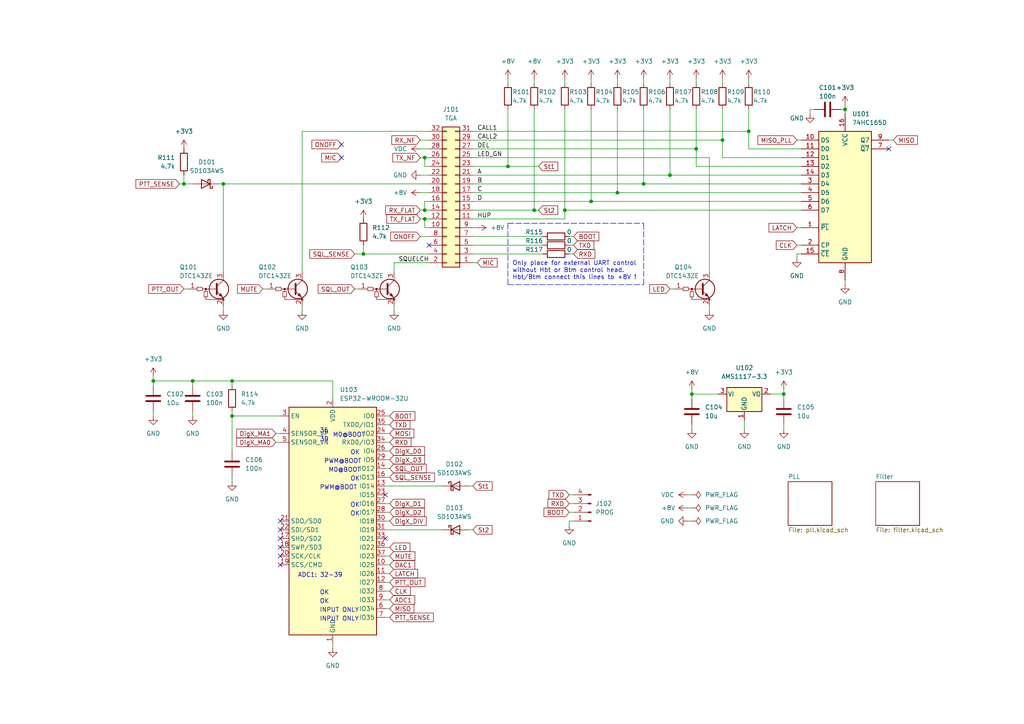
<source format=kicad_sch>
(kicad_sch (version 20211123) (generator eeschema)
  (paper "A4")
  (title_block (title "Bosch KF163 control") (date "2022-01-21") (rev "1") (company "Robin Olejnik") (comment 2 "License: MIT") (comment 3 "www.robinolejnik.com") (comment 4 "https://github.com/robinolejnik/bosch-kf163-control"))
  (lib_symbols
    (symbol "74xx:74HC165"
      (property "Reference" "U" (at -7.62 19.05 0))
      (property "Value" "74HC165" (at -7.62 -21.59 0))
      (symbol "74HC165_1_0"
        (pin input line (at -12.7 -10.16 0) (length 5.08) (name "~{PL}") (number "1"))
        (pin input line (at -12.7 15.24 0) (length 5.08) (name "DS") (number "10"))
        (pin input line (at -12.7 12.7 0) (length 5.08) (name "D0") (number "11"))
        (pin input line (at -12.7 10.16 0) (length 5.08) (name "D1") (number "12"))
        (pin input line (at -12.7 7.62 0) (length 5.08) (name "D2") (number "13"))
        (pin input line (at -12.7 5.08 0) (length 5.08) (name "D3") (number "14"))
        (pin input line (at -12.7 -17.78 0) (length 5.08) (name "~{CE}") (number "15"))
        (pin power_in line (at 0 22.86 270) (length 5.08) (name "VCC") (number "16"))
        (pin input line (at -12.7 -15.24 0) (length 5.08) (name "CP") (number "2"))
        (pin input line (at -12.7 2.54 0) (length 5.08) (name "D4") (number "3"))
        (pin input line (at -12.7 0 0) (length 5.08) (name "D5") (number "4"))
        (pin input line (at -12.7 -2.54 0) (length 5.08) (name "D6") (number "5"))
        (pin input line (at -12.7 -5.08 0) (length 5.08) (name "D7") (number "6"))
        (pin output line (at 12.7 12.7 180) (length 5.08) (name "~{Q7}") (number "7"))
        (pin power_in line (at 0 -25.4 90) (length 5.08) (name "GND") (number "8"))
        (pin output line (at 12.7 15.24 180) (length 5.08) (name "Q7") (number "9"))
      )
      (symbol "74HC165_1_1"
        (rectangle (start -7.62 17.78) (end 7.62 -20.32) (stroke (width 0.254)) (fill (type background)))
      )
    )
    (symbol "Connector:Conn_01x04_Male" (pin_names (offset 1.016) hide)
      (property "Reference" "J" (at 0 5.08 0))
      (property "Value" "Conn_01x04_Male" (at 0 -7.62 0))
      (symbol "Conn_01x04_Male_1_1"
        (polyline (pts (xy 1.27 -5.08) (xy 0.8636 -5.08)) (stroke (width 0.1524)))
        (polyline (pts (xy 1.27 -2.54) (xy 0.8636 -2.54)) (stroke (width 0.1524)))
        (polyline (pts (xy 1.27 0) (xy 0.8636 0)) (stroke (width 0.1524)))
        (polyline (pts (xy 1.27 2.54) (xy 0.8636 2.54)) (stroke (width 0.1524)))
        (rectangle (start 0.8636 -4.953) (end 0 -5.207) (stroke (width 0.1524)) (fill (type outline)))
        (rectangle (start 0.8636 -2.413) (end 0 -2.667) (stroke (width 0.1524)) (fill (type outline)))
        (rectangle (start 0.8636 0.127) (end 0 -0.127) (stroke (width 0.1524)) (fill (type outline)))
        (rectangle (start 0.8636 2.667) (end 0 2.413) (stroke (width 0.1524)) (fill (type outline)))
        (pin passive line (at 5.08 2.54 180) (length 3.81) (name "Pin_1") (number "1"))
        (pin passive line (at 5.08 0 180) (length 3.81) (name "Pin_2") (number "2"))
        (pin passive line (at 5.08 -2.54 180) (length 3.81) (name "Pin_3") (number "3"))
        (pin passive line (at 5.08 -5.08 180) (length 3.81) (name "Pin_4") (number "4"))
      )
    )
    (symbol "Connector_Generic:Conn_02x16_Odd_Even" (pin_names (offset 1.016) hide)
      (property "Reference" "J" (at 1.27 20.32 0))
      (property "Value" "Conn_02x16_Odd_Even" (at 1.27 -22.86 0))
      (symbol "Conn_02x16_Odd_Even_1_1"
        (rectangle (start -1.27 -20.193) (end 0 -20.447) (stroke (width 0.1524)))
        (rectangle (start -1.27 -17.653) (end 0 -17.907) (stroke (width 0.1524)))
        (rectangle (start -1.27 -15.113) (end 0 -15.367) (stroke (width 0.1524)))
        (rectangle (start -1.27 -12.573) (end 0 -12.827) (stroke (width 0.1524)))
        (rectangle (start -1.27 -10.033) (end 0 -10.287) (stroke (width 0.1524)))
        (rectangle (start -1.27 -7.493) (end 0 -7.747) (stroke (width 0.1524)))
        (rectangle (start -1.27 -4.953) (end 0 -5.207) (stroke (width 0.1524)))
        (rectangle (start -1.27 -2.413) (end 0 -2.667) (stroke (width 0.1524)))
        (rectangle (start -1.27 0.127) (end 0 -0.127) (stroke (width 0.1524)))
        (rectangle (start -1.27 2.667) (end 0 2.413) (stroke (width 0.1524)))
        (rectangle (start -1.27 5.207) (end 0 4.953) (stroke (width 0.1524)))
        (rectangle (start -1.27 7.747) (end 0 7.493) (stroke (width 0.1524)))
        (rectangle (start -1.27 10.287) (end 0 10.033) (stroke (width 0.1524)))
        (rectangle (start -1.27 12.827) (end 0 12.573) (stroke (width 0.1524)))
        (rectangle (start -1.27 15.367) (end 0 15.113) (stroke (width 0.1524)))
        (rectangle (start -1.27 17.907) (end 0 17.653) (stroke (width 0.1524)))
        (rectangle (start -1.27 19.05) (end 3.81 -21.59) (stroke (width 0.254)) (fill (type background)))
        (rectangle (start 3.81 -20.193) (end 2.54 -20.447) (stroke (width 0.1524)))
        (rectangle (start 3.81 -17.653) (end 2.54 -17.907) (stroke (width 0.1524)))
        (rectangle (start 3.81 -15.113) (end 2.54 -15.367) (stroke (width 0.1524)))
        (rectangle (start 3.81 -12.573) (end 2.54 -12.827) (stroke (width 0.1524)))
        (rectangle (start 3.81 -10.033) (end 2.54 -10.287) (stroke (width 0.1524)))
        (rectangle (start 3.81 -7.493) (end 2.54 -7.747) (stroke (width 0.1524)))
        (rectangle (start 3.81 -4.953) (end 2.54 -5.207) (stroke (width 0.1524)))
        (rectangle (start 3.81 -2.413) (end 2.54 -2.667) (stroke (width 0.1524)))
        (rectangle (start 3.81 0.127) (end 2.54 -0.127) (stroke (width 0.1524)))
        (rectangle (start 3.81 2.667) (end 2.54 2.413) (stroke (width 0.1524)))
        (rectangle (start 3.81 5.207) (end 2.54 4.953) (stroke (width 0.1524)))
        (rectangle (start 3.81 7.747) (end 2.54 7.493) (stroke (width 0.1524)))
        (rectangle (start 3.81 10.287) (end 2.54 10.033) (stroke (width 0.1524)))
        (rectangle (start 3.81 12.827) (end 2.54 12.573) (stroke (width 0.1524)))
        (rectangle (start 3.81 15.367) (end 2.54 15.113) (stroke (width 0.1524)))
        (rectangle (start 3.81 17.907) (end 2.54 17.653) (stroke (width 0.1524)))
        (pin passive line (at -5.08 17.78 0) (length 3.81) (name "Pin_1") (number "1"))
        (pin passive line (at 7.62 7.62 180) (length 3.81) (name "Pin_10") (number "10"))
        (pin passive line (at -5.08 5.08 0) (length 3.81) (name "Pin_11") (number "11"))
        (pin passive line (at 7.62 5.08 180) (length 3.81) (name "Pin_12") (number "12"))
        (pin passive line (at -5.08 2.54 0) (length 3.81) (name "Pin_13") (number "13"))
        (pin passive line (at 7.62 2.54 180) (length 3.81) (name "Pin_14") (number "14"))
        (pin passive line (at -5.08 0 0) (length 3.81) (name "Pin_15") (number "15"))
        (pin passive line (at 7.62 0 180) (length 3.81) (name "Pin_16") (number "16"))
        (pin passive line (at -5.08 -2.54 0) (length 3.81) (name "Pin_17") (number "17"))
        (pin passive line (at 7.62 -2.54 180) (length 3.81) (name "Pin_18") (number "18"))
        (pin passive line (at -5.08 -5.08 0) (length 3.81) (name "Pin_19") (number "19"))
        (pin passive line (at 7.62 17.78 180) (length 3.81) (name "Pin_2") (number "2"))
        (pin passive line (at 7.62 -5.08 180) (length 3.81) (name "Pin_20") (number "20"))
        (pin passive line (at -5.08 -7.62 0) (length 3.81) (name "Pin_21") (number "21"))
        (pin passive line (at 7.62 -7.62 180) (length 3.81) (name "Pin_22") (number "22"))
        (pin passive line (at -5.08 -10.16 0) (length 3.81) (name "Pin_23") (number "23"))
        (pin passive line (at 7.62 -10.16 180) (length 3.81) (name "Pin_24") (number "24"))
        (pin passive line (at -5.08 -12.7 0) (length 3.81) (name "Pin_25") (number "25"))
        (pin passive line (at 7.62 -12.7 180) (length 3.81) (name "Pin_26") (number "26"))
        (pin passive line (at -5.08 -15.24 0) (length 3.81) (name "Pin_27") (number "27"))
        (pin passive line (at 7.62 -15.24 180) (length 3.81) (name "Pin_28") (number "28"))
        (pin passive line (at -5.08 -17.78 0) (length 3.81) (name "Pin_29") (number "29"))
        (pin passive line (at -5.08 15.24 0) (length 3.81) (name "Pin_3") (number "3"))
        (pin passive line (at 7.62 -17.78 180) (length 3.81) (name "Pin_30") (number "30"))
        (pin passive line (at -5.08 -20.32 0) (length 3.81) (name "Pin_31") (number "31"))
        (pin passive line (at 7.62 -20.32 180) (length 3.81) (name "Pin_32") (number "32"))
        (pin passive line (at 7.62 15.24 180) (length 3.81) (name "Pin_4") (number "4"))
        (pin passive line (at -5.08 12.7 0) (length 3.81) (name "Pin_5") (number "5"))
        (pin passive line (at 7.62 12.7 180) (length 3.81) (name "Pin_6") (number "6"))
        (pin passive line (at -5.08 10.16 0) (length 3.81) (name "Pin_7") (number "7"))
        (pin passive line (at 7.62 10.16 180) (length 3.81) (name "Pin_8") (number "8"))
        (pin passive line (at -5.08 7.62 0) (length 3.81) (name "Pin_9") (number "9"))
      )
    )
    (symbol "Device:C" (pin_numbers hide) (pin_names (offset 0.254))
      (property "Reference" "C" (at 0.635 2.54 0))
      (property "Value" "C" (at 0.635 -2.54 0))
      (symbol "C_0_1"
        (polyline (pts (xy -2.032 -0.762) (xy 2.032 -0.762)) (stroke (width 0.508)))
        (polyline (pts (xy -2.032 0.762) (xy 2.032 0.762)) (stroke (width 0.508)))
      )
      (symbol "C_1_1"
        (pin passive line (at 0 3.81 270) (length 2.794) (name "~") (number "1"))
        (pin passive line (at 0 -3.81 90) (length 2.794) (name "~") (number "2"))
      )
    )
    (symbol "Device:D_Schottky" (pin_numbers hide) (pin_names (offset 1.016) hide)
      (property "Reference" "D" (at 0 2.54 0))
      (property "Value" "D_Schottky" (at 0 -2.54 0))
      (symbol "D_Schottky_0_1"
        (polyline (pts (xy 1.27 0) (xy -1.27 0)))
        (polyline (pts (xy 1.27 1.27) (xy 1.27 -1.27) (xy -1.27 0) (xy 1.27 1.27)) (stroke (width 0.254)))
        (polyline (pts (xy -1.905 0.635) (xy -1.905 1.27) (xy -1.27 1.27) (xy -1.27 -1.27) (xy -0.635 -1.27) (xy -0.635 -0.635)) (stroke (width 0.254)))
      )
      (symbol "D_Schottky_1_1"
        (pin passive line (at -3.81 0 0) (length 2.54) (name "K") (number "1"))
        (pin passive line (at 3.81 0 180) (length 2.54) (name "A") (number "2"))
      )
    )
    (symbol "Device:Q_NPN_BEC_BRT" (pin_names hide)
      (property "Reference" "Q" (at 3.81 1.27 0))
      (property "Value" "Q_NPN_BEC_BRT" (at 3.81 -1.27 0))
      (symbol "Q_NPN_BEC_BRT_0_1"
        (rectangle (start -6.35 0.508) (end -4.826 -0.508))
        (rectangle (start -4.318 -2.286) (end -3.302 -0.762))
        (circle (center -3.81 0) (radius 0.254) (fill (type outline)))
        (polyline (pts (xy -3.81 -0.762) (xy -3.81 0)))
        (polyline (pts (xy -0.762 0) (xy -4.826 0)))
        (polyline (pts (xy -0.635 1.524) (xy -0.635 -1.524)) (stroke (width 0.508)))
        (polyline (pts (xy -3.81 -2.286) (xy -3.81 -3.048) (xy 1.27 -3.048)))
        (circle (center 1.27 -3.048) (radius 0.254) (fill (type outline)))
      )
      (symbol "Q_NPN_BEC_BRT_1_1"
        (polyline (pts (xy -0.635 0.635) (xy 1.27 2.54)))
        (polyline (pts (xy -0.635 -0.635) (xy 1.27 -2.54) (xy 1.27 -2.54)))
        (polyline (pts (xy 0 -1.778) (xy 0.508 -1.27) (xy 1.016 -2.286) (xy 0 -1.778) (xy 0 -1.778)) (fill (type outline)))
        (circle (center 0 0) (radius 2.8194) (stroke (width 0.254)))
        (pin input line (at -8.89 0 0) (length 2.54) (name "B") (number "1"))
        (pin passive line (at 1.27 -5.08 90) (length 2.54) (name "E") (number "2"))
        (pin passive line (at 1.27 5.08 270) (length 2.54) (name "C") (number "3"))
      )
    )
    (symbol "Device:R" (pin_numbers hide) (pin_names (offset 0))
      (property "Reference" "R" (at 2.032 0 90))
      (property "Value" "R" (at 0 0 90))
      (symbol "R_0_1"
        (rectangle (start -1.016 -2.54) (end 1.016 2.54) (stroke (width 0.254)))
      )
      (symbol "R_1_1"
        (pin passive line (at 0 3.81 270) (length 1.27) (name "~") (number "1"))
        (pin passive line (at 0 -3.81 90) (length 1.27) (name "~") (number "2"))
      )
    )
    (symbol "RF_Module:ESP32-WROOM-32U"
      (property "Reference" "U" (at -12.7 34.29 0))
      (property "Value" "ESP32-WROOM-32U" (at 1.27 34.29 0))
      (symbol "ESP32-WROOM-32U_0_1"
        (rectangle (start -12.7 33.02) (end 12.7 -33.02) (stroke (width 0.254)) (fill (type background)))
      )
      (symbol "ESP32-WROOM-32U_1_1"
        (pin power_in line (at 0 -35.56 90) (length 2.54) (name "GND") (number "1"))
        (pin bidirectional line (at 15.24 -12.7 180) (length 2.54) (name "IO25") (number "10"))
        (pin bidirectional line (at 15.24 -15.24 180) (length 2.54) (name "IO26") (number "11"))
        (pin bidirectional line (at 15.24 -17.78 180) (length 2.54) (name "IO27") (number "12"))
        (pin bidirectional line (at 15.24 10.16 180) (length 2.54) (name "IO14") (number "13"))
        (pin bidirectional line (at 15.24 15.24 180) (length 2.54) (name "IO12") (number "14"))
        (pin passive line (at 0 -35.56 90) (length 2.54) hide (name "GND") (number "15"))
        (pin bidirectional line (at 15.24 12.7 180) (length 2.54) (name "IO13") (number "16"))
        (pin bidirectional line (at -15.24 -5.08 0) (length 2.54) (name "SHD/SD2") (number "17"))
        (pin bidirectional line (at -15.24 -7.62 0) (length 2.54) (name "SWP/SD3") (number "18"))
        (pin bidirectional line (at -15.24 -12.7 0) (length 2.54) (name "SCS/CMD") (number "19"))
        (pin power_in line (at 0 35.56 270) (length 2.54) (name "VDD") (number "2"))
        (pin bidirectional line (at -15.24 -10.16 0) (length 2.54) (name "SCK/CLK") (number "20"))
        (pin bidirectional line (at -15.24 0 0) (length 2.54) (name "SDO/SD0") (number "21"))
        (pin bidirectional line (at -15.24 -2.54 0) (length 2.54) (name "SDI/SD1") (number "22"))
        (pin bidirectional line (at 15.24 7.62 180) (length 2.54) (name "IO15") (number "23"))
        (pin bidirectional line (at 15.24 25.4 180) (length 2.54) (name "IO2") (number "24"))
        (pin bidirectional line (at 15.24 30.48 180) (length 2.54) (name "IO0") (number "25"))
        (pin bidirectional line (at 15.24 20.32 180) (length 2.54) (name "IO4") (number "26"))
        (pin bidirectional line (at 15.24 5.08 180) (length 2.54) (name "IO16") (number "27"))
        (pin bidirectional line (at 15.24 2.54 180) (length 2.54) (name "IO17") (number "28"))
        (pin bidirectional line (at 15.24 17.78 180) (length 2.54) (name "IO5") (number "29"))
        (pin input line (at -15.24 30.48 0) (length 2.54) (name "EN") (number "3"))
        (pin bidirectional line (at 15.24 0 180) (length 2.54) (name "IO18") (number "30"))
        (pin bidirectional line (at 15.24 -2.54 180) (length 2.54) (name "IO19") (number "31"))
        (pin no_connect line (at -12.7 -27.94 0) (length 2.54) hide (name "NC") (number "32"))
        (pin bidirectional line (at 15.24 -5.08 180) (length 2.54) (name "IO21") (number "33"))
        (pin bidirectional line (at 15.24 22.86 180) (length 2.54) (name "RXD0/IO3") (number "34"))
        (pin bidirectional line (at 15.24 27.94 180) (length 2.54) (name "TXD0/IO1") (number "35"))
        (pin bidirectional line (at 15.24 -7.62 180) (length 2.54) (name "IO22") (number "36"))
        (pin bidirectional line (at 15.24 -10.16 180) (length 2.54) (name "IO23") (number "37"))
        (pin passive line (at 0 -35.56 90) (length 2.54) hide (name "GND") (number "38"))
        (pin passive line (at 0 -35.56 90) (length 2.54) hide (name "GND") (number "39"))
        (pin input line (at -15.24 25.4 0) (length 2.54) (name "SENSOR_VP") (number "4"))
        (pin input line (at -15.24 22.86 0) (length 2.54) (name "SENSOR_VN") (number "5"))
        (pin input line (at 15.24 -25.4 180) (length 2.54) (name "IO34") (number "6"))
        (pin input line (at 15.24 -27.94 180) (length 2.54) (name "IO35") (number "7"))
        (pin bidirectional line (at 15.24 -20.32 180) (length 2.54) (name "IO32") (number "8"))
        (pin bidirectional line (at 15.24 -22.86 180) (length 2.54) (name "IO33") (number "9"))
      )
    )
    (symbol "Regulator_Linear:AMS1117-3.3" (pin_names (offset 0.254))
      (property "Reference" "U" (at -3.81 3.175 0))
      (property "Value" "AMS1117-3.3" (at 0 3.175 0))
      (symbol "AMS1117-3.3_0_1"
        (rectangle (start -5.08 -5.08) (end 5.08 1.905) (stroke (width 0.254)) (fill (type background)))
      )
      (symbol "AMS1117-3.3_1_1"
        (pin power_in line (at 0 -7.62 90) (length 2.54) (name "GND") (number "1"))
        (pin power_out line (at 7.62 0 180) (length 2.54) (name "VO") (number "2"))
        (pin power_in line (at -7.62 0 0) (length 2.54) (name "VI") (number "3"))
      )
    )
    (symbol "power:+3.3V" (power) (pin_names (offset 0))
      (property "Value" "+3.3V" (at 0 3.556 0))
      (symbol "+3.3V_0_1"
        (polyline (pts (xy -0.762 1.27) (xy 0 2.54)))
        (polyline (pts (xy 0 0) (xy 0 2.54)))
        (polyline (pts (xy 0 2.54) (xy 0.762 1.27)))
      )
      (symbol "+3.3V_1_1"
        (pin power_in line (at 0 0 90) (length 0) hide (name "+3V3") (number "1"))
      )
    )
    (symbol "power:+8V" (power) (pin_names (offset 0))
      (property "Value" "+8V" (at 0 3.556 0))
      (symbol "+8V_0_1"
        (polyline (pts (xy -0.762 1.27) (xy 0 2.54)))
        (polyline (pts (xy 0 0) (xy 0 2.54)))
        (polyline (pts (xy 0 2.54) (xy 0.762 1.27)))
      )
      (symbol "+8V_1_1"
        (pin power_in line (at 0 0 90) (length 0) hide (name "+8V") (number "1"))
      )
    )
    (symbol "power:GND" (power) (pin_names (offset 0))
      (property "Value" "GND" (at 0 -3.81 0))
      (symbol "GND_0_1"
        (polyline (pts (xy 0 0) (xy 0 -1.27) (xy 1.27 -1.27) (xy 0 -2.54) (xy -1.27 -1.27) (xy 0 -1.27)))
      )
      (symbol "GND_1_1"
        (pin power_in line (at 0 0 270) (length 0) hide (name "GND") (number "1"))
      )
    )
    (symbol "power:PWR_FLAG" (power) (pin_numbers hide) (pin_names (offset 0) hide)
      (property "Value" "PWR_FLAG" (at 0 3.81 0))
      (symbol "PWR_FLAG_0_0"
        (pin power_out line (at 0 0 90) (length 0) (name "pwr") (number "1"))
      )
      (symbol "PWR_FLAG_0_1"
        (polyline (pts (xy 0 0) (xy 0 1.27) (xy -1.016 1.905) (xy 0 2.54) (xy 1.016 1.905) (xy 0 1.27)))
      )
    )
    (symbol "power:VDC" (power) (pin_names (offset 0))
      (property "Value" "VDC" (at 0 6.35 0))
      (symbol "VDC_0_1"
        (polyline (pts (xy -0.762 1.27) (xy 0 2.54)))
        (polyline (pts (xy 0 0) (xy 0 2.54)))
        (polyline (pts (xy 0 2.54) (xy 0.762 1.27)))
      )
      (symbol "VDC_1_1"
        (pin power_in line (at 0 0 90) (length 0) hide (name "VDC") (number "1"))
      )
    )
  )
  (junction (at 171.45 58.42))
  (junction (at 55.88 110.49))
  (junction (at 186.69 53.34))
  (junction (at 123.19 63.5))
  (junction (at 154.94 60.96))
  (junction (at 209.55 40.64))
  (junction (at 147.32 48.26))
  (junction (at 163.83 60.96))
  (junction (at 123.19 45.72))
  (junction (at 227.33 114.3))
  (junction (at 53.34 53.34))
  (junction (at 123.19 60.96))
  (junction (at 217.17 38.1))
  (junction (at 67.31 120.65))
  (junction (at 179.07 55.88))
  (junction (at 201.93 43.18))
  (junction (at 200.66 114.3))
  (junction (at 44.45 110.49))
  (junction (at 194.31 50.8))
  (junction (at 105.41 73.66))
  (junction (at 64.77 53.34))
  (junction (at 245.11 31.75))
  (junction (at 67.31 110.49))
  (no_connect (at 124.46 71.12))
  (no_connect (at 81.28 161.29))
  (no_connect (at 81.28 151.13))
  (no_connect (at 81.28 153.67))
  (no_connect (at 81.28 156.21))
  (no_connect (at 81.28 158.75))
  (no_connect (at 81.28 163.83))
  (no_connect (at 99.06 41.91))
  (no_connect (at 99.06 45.72))
  (no_connect (at 111.76 143.51))
  (no_connect (at 111.76 156.21))
  (no_connect (at 257.81 43.18))
  (wire (pts (xy 205.74 45.72) (xy 205.74 78.74)))
  (wire (pts (xy 64.77 88.9) (xy 64.77 90.17)))
  (wire (pts (xy 194.31 83.82) (xy 195.58 83.82)))
  (wire (pts (xy 163.83 60.96) (xy 163.83 63.5)))
  (wire (pts (xy 123.19 63.5) (xy 123.19 66.04)))
  (wire (pts (xy 105.41 73.66) (xy 105.41 71.12)))
  (wire (pts (xy 166.37 71.12) (xy 165.1 71.12)))
  (wire (pts (xy 111.76 120.65) (xy 113.03 120.65)))
  (wire (pts (xy 236.22 31.75) (xy 234.95 31.75)))
  (wire (pts (xy 113.03 179.07) (xy 111.76 179.07)))
  (polyline (pts (xy 147.32 82.55) (xy 186.69 82.55)))
  (wire (pts (xy 231.14 71.12) (xy 232.41 71.12)))
  (wire (pts (xy 113.03 138.43) (xy 111.76 138.43)))
  (wire (pts (xy 137.16 71.12) (xy 157.48 71.12)))
  (wire (pts (xy 123.19 60.96) (xy 124.46 60.96)))
  (wire (pts (xy 123.19 48.26) (xy 124.46 48.26)))
  (wire (pts (xy 137.16 53.34) (xy 186.69 53.34)))
  (wire (pts (xy 123.19 58.42) (xy 123.19 60.96)))
  (wire (pts (xy 87.63 88.9) (xy 87.63 90.17)))
  (wire (pts (xy 186.69 31.75) (xy 186.69 53.34)))
  (wire (pts (xy 194.31 31.75) (xy 194.31 50.8)))
  (wire (pts (xy 217.17 31.75) (xy 217.17 38.1)))
  (wire (pts (xy 232.41 40.64) (xy 231.14 40.64)))
  (wire (pts (xy 166.37 73.66) (xy 165.1 73.66)))
  (wire (pts (xy 96.52 115.57) (xy 96.52 110.49)))
  (wire (pts (xy 201.93 48.26) (xy 232.41 48.26)))
  (wire (pts (xy 201.93 31.75) (xy 201.93 43.18)))
  (wire (pts (xy 245.11 81.28) (xy 245.11 82.55)))
  (wire (pts (xy 67.31 138.43) (xy 67.31 139.7)))
  (wire (pts (xy 87.63 38.1) (xy 124.46 38.1)))
  (wire (pts (xy 114.3 76.2) (xy 114.3 78.74)))
  (wire (pts (xy 154.94 31.75) (xy 154.94 60.96)))
  (wire (pts (xy 227.33 123.19) (xy 227.33 124.46)))
  (wire (pts (xy 80.01 125.73) (xy 81.28 125.73)))
  (wire (pts (xy 231.14 73.66) (xy 231.14 74.93)))
  (wire (pts (xy 113.03 146.05) (xy 111.76 146.05)))
  (wire (pts (xy 205.74 88.9) (xy 205.74 90.17)))
  (wire (pts (xy 113.03 123.19) (xy 111.76 123.19)))
  (wire (pts (xy 171.45 58.42) (xy 232.41 58.42)))
  (wire (pts (xy 113.03 171.45) (xy 111.76 171.45)))
  (wire (pts (xy 217.17 43.18) (xy 232.41 43.18)))
  (wire (pts (xy 163.83 60.96) (xy 232.41 60.96)))
  (wire (pts (xy 194.31 22.86) (xy 194.31 24.13)))
  (wire (pts (xy 113.03 158.75) (xy 111.76 158.75)))
  (wire (pts (xy 147.32 48.26) (xy 156.21 48.26)))
  (wire (pts (xy 163.83 22.86) (xy 163.83 24.13)))
  (wire (pts (xy 76.2 83.82) (xy 77.47 83.82)))
  (wire (pts (xy 55.88 110.49) (xy 55.88 111.76)))
  (wire (pts (xy 121.92 63.5) (xy 123.19 63.5)))
  (wire (pts (xy 154.94 60.96) (xy 156.21 60.96)))
  (wire (pts (xy 231.14 73.66) (xy 232.41 73.66)))
  (wire (pts (xy 87.63 38.1) (xy 87.63 78.74)))
  (wire (pts (xy 166.37 68.58) (xy 165.1 68.58)))
  (wire (pts (xy 113.03 168.91) (xy 111.76 168.91)))
  (wire (pts (xy 245.11 30.48) (xy 245.11 31.75)))
  (wire (pts (xy 123.19 66.04) (xy 124.46 66.04)))
  (wire (pts (xy 137.16 68.58) (xy 157.48 68.58)))
  (wire (pts (xy 137.16 60.96) (xy 154.94 60.96)))
  (wire (pts (xy 121.92 45.72) (xy 123.19 45.72)))
  (wire (pts (xy 234.95 31.75) (xy 234.95 33.02)))
  (wire (pts (xy 123.19 58.42) (xy 124.46 58.42)))
  (wire (pts (xy 121.92 68.58) (xy 124.46 68.58)))
  (wire (pts (xy 209.55 31.75) (xy 209.55 40.64)))
  (polyline (pts (xy 186.69 82.55) (xy 186.69 64.77)))
  (wire (pts (xy 171.45 22.86) (xy 171.45 24.13)))
  (wire (pts (xy 200.66 114.3) (xy 200.66 115.57)))
  (wire (pts (xy 227.33 114.3) (xy 227.33 115.57)))
  (wire (pts (xy 53.34 83.82) (xy 54.61 83.82)))
  (wire (pts (xy 245.11 31.75) (xy 245.11 33.02)))
  (wire (pts (xy 227.33 113.03) (xy 227.33 114.3)))
  (wire (pts (xy 111.76 153.67) (xy 128.27 153.67)))
  (wire (pts (xy 113.03 130.81) (xy 111.76 130.81)))
  (wire (pts (xy 200.66 151.13) (xy 199.39 151.13)))
  (wire (pts (xy 201.93 22.86) (xy 201.93 24.13)))
  (wire (pts (xy 67.31 110.49) (xy 67.31 111.76)))
  (wire (pts (xy 67.31 119.38) (xy 67.31 120.65)))
  (wire (pts (xy 96.52 186.69) (xy 96.52 187.96)))
  (wire (pts (xy 123.19 45.72) (xy 123.19 48.26)))
  (wire (pts (xy 137.16 76.2) (xy 138.43 76.2)))
  (wire (pts (xy 55.88 119.38) (xy 55.88 120.65)))
  (wire (pts (xy 102.87 83.82) (xy 104.14 83.82)))
  (wire (pts (xy 201.93 43.18) (xy 201.93 48.26)))
  (wire (pts (xy 67.31 120.65) (xy 67.31 130.81)))
  (wire (pts (xy 44.45 119.38) (xy 44.45 120.65)))
  (wire (pts (xy 113.03 176.53) (xy 111.76 176.53)))
  (wire (pts (xy 113.03 125.73) (xy 111.76 125.73)))
  (wire (pts (xy 121.92 50.8) (xy 124.46 50.8)))
  (wire (pts (xy 137.16 50.8) (xy 194.31 50.8)))
  (wire (pts (xy 257.81 40.64) (xy 259.08 40.64)))
  (wire (pts (xy 209.55 40.64) (xy 209.55 45.72)))
  (wire (pts (xy 44.45 110.49) (xy 55.88 110.49)))
  (wire (pts (xy 137.16 63.5) (xy 163.83 63.5)))
  (wire (pts (xy 121.92 40.64) (xy 124.46 40.64)))
  (wire (pts (xy 165.1 143.51) (xy 166.37 143.51)))
  (wire (pts (xy 179.07 31.75) (xy 179.07 55.88)))
  (wire (pts (xy 165.1 148.59) (xy 166.37 148.59)))
  (wire (pts (xy 53.34 53.34) (xy 55.88 53.34)))
  (wire (pts (xy 171.45 31.75) (xy 171.45 58.42)))
  (wire (pts (xy 217.17 38.1) (xy 217.17 43.18)))
  (wire (pts (xy 179.07 55.88) (xy 232.41 55.88)))
  (wire (pts (xy 166.37 151.13) (xy 165.1 151.13)))
  (wire (pts (xy 200.66 143.51) (xy 199.39 143.51)))
  (wire (pts (xy 137.16 43.18) (xy 201.93 43.18)))
  (wire (pts (xy 81.28 120.65) (xy 67.31 120.65)))
  (wire (pts (xy 186.69 53.34) (xy 232.41 53.34)))
  (wire (pts (xy 231.14 66.04) (xy 232.41 66.04)))
  (polyline (pts (xy 147.32 64.77) (xy 147.32 82.55)))
  (wire (pts (xy 217.17 22.86) (xy 217.17 24.13)))
  (wire (pts (xy 200.66 123.19) (xy 200.66 124.46)))
  (wire (pts (xy 137.16 58.42) (xy 171.45 58.42)))
  (wire (pts (xy 113.03 166.37) (xy 111.76 166.37)))
  (wire (pts (xy 200.66 147.32) (xy 199.39 147.32)))
  (wire (pts (xy 64.77 53.34) (xy 64.77 78.74)))
  (wire (pts (xy 121.92 55.88) (xy 124.46 55.88)))
  (wire (pts (xy 105.41 73.66) (xy 124.46 73.66)))
  (wire (pts (xy 128.27 140.97) (xy 111.76 140.97)))
  (wire (pts (xy 137.16 38.1) (xy 217.17 38.1)))
  (wire (pts (xy 137.16 55.88) (xy 179.07 55.88)))
  (wire (pts (xy 137.16 45.72) (xy 205.74 45.72)))
  (wire (pts (xy 165.1 146.05) (xy 166.37 146.05)))
  (wire (pts (xy 137.16 66.04) (xy 138.43 66.04)))
  (wire (pts (xy 111.76 128.27) (xy 113.03 128.27)))
  (wire (pts (xy 53.34 50.8) (xy 53.34 53.34)))
  (wire (pts (xy 154.94 22.86) (xy 154.94 24.13)))
  (wire (pts (xy 113.03 135.89) (xy 111.76 135.89)))
  (polyline (pts (xy 147.32 64.77) (xy 186.69 64.77)))
  (wire (pts (xy 123.19 63.5) (xy 124.46 63.5)))
  (wire (pts (xy 114.3 88.9) (xy 114.3 90.17)))
  (wire (pts (xy 44.45 111.76) (xy 44.45 110.49)))
  (wire (pts (xy 64.77 53.34) (xy 63.5 53.34)))
  (wire (pts (xy 135.89 153.67) (xy 137.16 153.67)))
  (wire (pts (xy 223.52 114.3) (xy 227.33 114.3)))
  (wire (pts (xy 137.16 40.64) (xy 209.55 40.64)))
  (wire (pts (xy 113.03 133.35) (xy 111.76 133.35)))
  (wire (pts (xy 44.45 109.22) (xy 44.45 110.49)))
  (wire (pts (xy 64.77 53.34) (xy 124.46 53.34)))
  (wire (pts (xy 113.03 161.29) (xy 111.76 161.29)))
  (wire (pts (xy 200.66 113.03) (xy 200.66 114.3)))
  (wire (pts (xy 137.16 48.26) (xy 147.32 48.26)))
  (wire (pts (xy 194.31 50.8) (xy 232.41 50.8)))
  (wire (pts (xy 102.87 73.66) (xy 105.41 73.66)))
  (wire (pts (xy 113.03 151.13) (xy 111.76 151.13)))
  (wire (pts (xy 209.55 22.86) (xy 209.55 24.13)))
  (wire (pts (xy 113.03 163.83) (xy 111.76 163.83)))
  (wire (pts (xy 137.16 73.66) (xy 157.48 73.66)))
  (wire (pts (xy 186.69 22.86) (xy 186.69 24.13)))
  (wire (pts (xy 243.84 31.75) (xy 245.11 31.75)))
  (wire (pts (xy 200.66 114.3) (xy 208.28 114.3)))
  (wire (pts (xy 52.07 53.34) (xy 53.34 53.34)))
  (wire (pts (xy 114.3 76.2) (xy 124.46 76.2)))
  (wire (pts (xy 163.83 31.75) (xy 163.83 60.96)))
  (wire (pts (xy 55.88 110.49) (xy 67.31 110.49)))
  (wire (pts (xy 147.32 22.86) (xy 147.32 24.13)))
  (wire (pts (xy 137.16 140.97) (xy 135.89 140.97)))
  (wire (pts (xy 179.07 22.86) (xy 179.07 24.13)))
  (wire (pts (xy 111.76 173.99) (xy 113.03 173.99)))
  (wire (pts (xy 80.01 128.27) (xy 81.28 128.27)))
  (wire (pts (xy 215.9 121.92) (xy 215.9 124.46)))
  (wire (pts (xy 113.03 148.59) (xy 111.76 148.59)))
  (wire (pts (xy 123.19 45.72) (xy 124.46 45.72)))
  (wire (pts (xy 96.52 110.49) (xy 67.31 110.49)))
  (wire (pts (xy 147.32 31.75) (xy 147.32 48.26)))
  (wire (pts (xy 209.55 45.72) (xy 232.41 45.72)))
  (wire (pts (xy 165.1 151.13) (xy 165.1 152.4)))
  (wire (pts (xy 121.92 60.96) (xy 123.19 60.96)))
  (wire (pts (xy 121.92 43.18) (xy 124.46 43.18)))
  (text "OK" (at 101.6 147.32 0) (effects (font (size 1.27 1.27)) (justify left bottom)))
  (text "OK" (at 101.6 132.08 0) (effects (font (size 1.27 1.27)) (justify left bottom)))
  (text "39" (at 92.71 128.27 0) (effects (font (size 1.27 1.27)) (justify left bottom)))
  (text "OK" (at 92.71 175.26 0) (effects (font (size 1.27 1.27)) (justify left bottom)))
  (text "ADC1: 32-39" (at 86.36 167.64 0) (effects (font (size 1.27 1.27)) (justify left bottom)))
  (text "M0@BOOT" (at 95.25 137.16 0) (effects (font (size 1.27 1.27)) (justify left bottom)))
  (text "M0@BOOT" (at 96.52 127 0) (effects (font (size 1.27 1.27)) (justify left bottom)))
  (text "INPUT ONLY" (at 92.71 180.34 0) (effects (font (size 1.27 1.27)) (justify left bottom)))
  (text "PWM@BOOT" (at 92.71 142.24 0) (effects (font (size 1.27 1.27)) (justify left bottom)))
  (text "OK" (at 101.6 149.86 0) (effects (font (size 1.27 1.27)) (justify left bottom)))
  (text "OK" (at 101.6 139.7 0) (effects (font (size 1.27 1.27)) (justify left bottom)))
  (text "INPUT ONLY" (at 92.71 177.8 0) (effects (font (size 1.27 1.27)) (justify left bottom)))
  (text "PWM@BOOT" (at 93.98 134.62 0) (effects (font (size 1.27 1.27)) (justify left bottom)))
  (text "36" (at 92.71 125.73 0) (effects (font (size 1.27 1.27)) (justify left bottom)))
  (text "Only place for external UART control\nwithout Hbt or Btm control head.\nHbt/Btm connect this lines to +8V !" (at 148.59 81.28 0) (effects (font (size 1.27 1.27)) (justify left bottom)))
  (text "OK" (at 92.71 172.72 0) (effects (font (size 1.27 1.27)) (justify left bottom)))
  (label "D" (at 138.43 58.42 0))
  (label "B" (at 138.43 53.34 0))
  (label "CALL1" (at 138.43 38.1 0))
  (label "DEL" (at 138.43 43.18 0))
  (label "A" (at 138.43 50.8 0))
  (label "HUP" (at 138.43 63.5 0))
  (label "SQUELCH" (at 115.57 76.2 0))
  (label "LED_GN" (at 138.43 45.72 0))
  (label "C" (at 138.43 55.88 0))
  (label "CALL2" (at 138.43 40.64 0))
  (global_label "DigX_D2" (shape input) (at 113.03 148.59 0) (property "Intersheet References" "${INTERSHEET_REFS}" (effects hide)))
  (global_label "TX_FLAT" (shape input) (at 121.92 63.5 180) (property "Intersheet References" "${INTERSHEET_REFS}" (effects hide)))
  (global_label "CLK" (shape input) (at 113.03 171.45 0) (property "Intersheet References" "${INTERSHEET_REFS}" (effects hide)))
  (global_label "LED" (shape input) (at 194.31 83.82 180) (property "Intersheet References" "${INTERSHEET_REFS}" (effects hide)))
  (global_label "LED" (shape input) (at 113.03 158.75 0) (property "Intersheet References" "${INTERSHEET_REFS}" (effects hide)))
  (global_label "SQL_SENSE" (shape input) (at 102.87 73.66 180) (property "Intersheet References" "${INTERSHEET_REFS}" (effects hide)))
  (global_label "SQL_OUT" (shape input) (at 113.03 135.89 0) (property "Intersheet References" "${INTERSHEET_REFS}" (effects hide)))
  (global_label "RXD" (shape input) (at 166.37 73.66 0) (property "Intersheet References" "${INTERSHEET_REFS}" (effects hide)))
  (global_label "St2" (shape input) (at 156.21 60.96 0) (property "Intersheet References" "${INTERSHEET_REFS}" (effects hide)))
  (global_label "MIC" (shape input) (at 99.06 45.72 180) (property "Intersheet References" "${INTERSHEET_REFS}" (effects hide)))
  (global_label "TX_NF" (shape input) (at 121.92 45.72 180) (property "Intersheet References" "${INTERSHEET_REFS}" (effects hide)))
  (global_label "MISO" (shape input) (at 259.08 40.64 0) (property "Intersheet References" "${INTERSHEET_REFS}" (effects hide)))
  (global_label "TXD" (shape input) (at 165.1 143.51 180) (property "Intersheet References" "${INTERSHEET_REFS}" (effects hide)))
  (global_label "DigX_D1" (shape input) (at 113.03 146.05 0) (property "Intersheet References" "${INTERSHEET_REFS}" (effects hide)))
  (global_label "PTT_OUT" (shape input) (at 113.03 168.91 0) (property "Intersheet References" "${INTERSHEET_REFS}" (effects hide)))
  (global_label "SQL_OUT" (shape input) (at 102.87 83.82 180) (property "Intersheet References" "${INTERSHEET_REFS}" (effects hide)))
  (global_label "BOOT" (shape input) (at 165.1 148.59 180) (property "Intersheet References" "${INTERSHEET_REFS}" (effects hide)))
  (global_label "MOSI" (shape input) (at 113.03 125.73 0) (property "Intersheet References" "${INTERSHEET_REFS}" (effects hide)))
  (global_label "LATCH" (shape input) (at 231.14 66.04 180) (property "Intersheet References" "${INTERSHEET_REFS}" (effects hide)))
  (global_label "RXD" (shape input) (at 113.03 128.27 0) (property "Intersheet References" "${INTERSHEET_REFS}" (effects hide)))
  (global_label "TXD" (shape input) (at 113.03 123.19 0) (property "Intersheet References" "${INTERSHEET_REFS}" (effects hide)))
  (global_label "LATCH" (shape input) (at 113.03 166.37 0) (property "Intersheet References" "${INTERSHEET_REFS}" (effects hide)))
  (global_label "ADC1" (shape input) (at 113.03 173.99 0) (property "Intersheet References" "${INTERSHEET_REFS}" (effects hide)))
  (global_label "RX_NF" (shape input) (at 121.92 40.64 180) (property "Intersheet References" "${INTERSHEET_REFS}" (effects hide)))
  (global_label "PTT_SENSE" (shape input) (at 113.03 179.07 0) (property "Intersheet References" "${INTERSHEET_REFS}" (effects hide)))
  (global_label "ONOFF" (shape input) (at 99.06 41.91 180) (property "Intersheet References" "${INTERSHEET_REFS}" (effects hide)))
  (global_label "MISO" (shape input) (at 113.03 176.53 0) (property "Intersheet References" "${INTERSHEET_REFS}" (effects hide)))
  (global_label "BOOT" (shape input) (at 113.03 120.65 0) (property "Intersheet References" "${INTERSHEET_REFS}" (effects hide)))
  (global_label "DigX_D3" (shape input) (at 113.03 133.35 0) (property "Intersheet References" "${INTERSHEET_REFS}" (effects hide)))
  (global_label "DigX_MA0" (shape input) (at 80.01 128.27 180) (property "Intersheet References" "${INTERSHEET_REFS}" (effects hide)))
  (global_label "DAC1" (shape input) (at 113.03 163.83 0) (property "Intersheet References" "${INTERSHEET_REFS}" (effects hide)))
  (global_label "BOOT" (shape input) (at 166.37 68.58 0) (property "Intersheet References" "${INTERSHEET_REFS}" (effects hide)))
  (global_label "ONOFF" (shape input) (at 121.92 68.58 180) (property "Intersheet References" "${INTERSHEET_REFS}" (effects hide)))
  (global_label "TXD" (shape input) (at 166.37 71.12 0) (property "Intersheet References" "${INTERSHEET_REFS}" (effects hide)))
  (global_label "St1" (shape input) (at 137.16 140.97 0) (property "Intersheet References" "${INTERSHEET_REFS}" (effects hide)))
  (global_label "MUTE" (shape input) (at 113.03 161.29 0) (property "Intersheet References" "${INTERSHEET_REFS}" (effects hide)))
  (global_label "MIC" (shape input) (at 138.43 76.2 0) (property "Intersheet References" "${INTERSHEET_REFS}" (effects hide)))
  (global_label "CLK" (shape input) (at 231.14 71.12 180) (property "Intersheet References" "${INTERSHEET_REFS}" (effects hide)))
  (global_label "SQL_SENSE" (shape input) (at 113.03 138.43 0) (property "Intersheet References" "${INTERSHEET_REFS}" (effects hide)))
  (global_label "PTT_SENSE" (shape input) (at 52.07 53.34 180) (property "Intersheet References" "${INTERSHEET_REFS}" (effects hide)))
  (global_label "St1" (shape input) (at 156.21 48.26 0) (property "Intersheet References" "${INTERSHEET_REFS}" (effects hide)))
  (global_label "DigX_MA1" (shape input) (at 80.01 125.73 180) (property "Intersheet References" "${INTERSHEET_REFS}" (effects hide)))
  (global_label "MISO_PLL" (shape input) (at 231.14 40.64 180) (property "Intersheet References" "${INTERSHEET_REFS}" (effects hide)))
  (global_label "DigX_D0" (shape input) (at 113.03 130.81 0) (property "Intersheet References" "${INTERSHEET_REFS}" (effects hide)))
  (global_label "MUTE" (shape input) (at 76.2 83.82 180) (property "Intersheet References" "${INTERSHEET_REFS}" (effects hide)))
  (global_label "RXD" (shape input) (at 165.1 146.05 180) (property "Intersheet References" "${INTERSHEET_REFS}" (effects hide)))
  (global_label "PTT_OUT" (shape input) (at 53.34 83.82 180) (property "Intersheet References" "${INTERSHEET_REFS}" (effects hide)))
  (global_label "DigX_DIV" (shape input) (at 113.03 151.13 0) (property "Intersheet References" "${INTERSHEET_REFS}" (effects hide)))
  (global_label "RX_FLAT" (shape input) (at 121.92 60.96 180) (property "Intersheet References" "${INTERSHEET_REFS}" (effects hide)))
  (global_label "St2" (shape input) (at 137.16 153.67 0) (property "Intersheet References" "${INTERSHEET_REFS}" (effects hide)))
  (symbol (lib_id "Device:D_Schottky") (at 132.08 140.97 0) (unit 1)
    (property "Reference" "D102" (at 131.7625 134.62 0))
    (property "Value" "SD103AWS" (at 131.7625 137.16 0))
    (property "Footprint" "Diode_SMD:D_SOD-323" (effects hide))
    (property "Datasheet" "https://datasheet.lcsc.com/lcsc/1912111437_Shandong-Jingdao-Microelectronics-SD103AWS_C438010.pdf" (effects hide))
    (property "LCSC" "C438010" (effects hide))
    (property "variant" "ControlHead" (effects hide))
  )
  (symbol (lib_id "power:GND") (at 114.3 90.17 0) (unit 1)
    (property "Reference" "#PWR0123" (effects hide))
    (property "Value" "GND" (at 114.3 95.25 0))
  )
  (symbol (lib_id "Device:C") (at 55.88 115.57 0) (unit 1)
    (property "Reference" "C103" (at 59.69 114.2999 0) (effects (justify left)))
    (property "Value" "100n" (at 59.69 116.8399 0) (effects (justify left)))
    (property "Footprint" "Capacitor_SMD:C_0603_1608Metric" (effects hide))
    (property "LCSC" "C14663" (effects hide))
    (property "variant" "Base" (effects hide))
  )
  (symbol (lib_id "power:+3.3V") (at 186.69 22.86 0) (unit 1)
    (property "Reference" "#PWR0105" (effects hide))
    (property "Value" "+3.3V" (at 186.69 17.78 0))
  )
  (symbol (lib_id "power:+3.3V") (at 105.41 63.5 0) (unit 1)
    (property "Reference" "#PWR0117" (effects hide))
    (property "Value" "+3.3V" (at 105.41 58.42 0))
  )
  (symbol (lib_id "power:+3.3V") (at 163.83 22.86 0) (unit 1)
    (property "Reference" "#PWR0103" (effects hide))
    (property "Value" "+3.3V" (at 163.83 17.78 0))
  )
  (symbol (lib_id "power:PWR_FLAG") (at 200.66 151.13 270) (unit 1)
    (property "Reference" "#FLG0103" (effects hide))
    (property "Value" "PWR_FLAG" (at 204.47 151.1299 90) (effects (justify left)))
  )
  (symbol (lib_id "power:+3.3V") (at 209.55 22.86 0) (unit 1)
    (property "Reference" "#PWR0108" (effects hide))
    (property "Value" "+3.3V" (at 209.55 17.78 0))
  )
  (symbol (lib_id "Device:R") (at 171.45 27.94 0) (unit 1)
    (property "Reference" "R104" (at 172.72 26.67 0) (effects (justify left)))
    (property "Value" "4.7k" (at 172.72 29.21 0) (effects (justify left)))
    (property "Footprint" "Resistor_SMD:R_0603_1608Metric" (effects hide))
    (property "LCSC" "C105428" (effects hide))
    (property "variant" "ControlHead" (effects hide))
  )
  (symbol (lib_id "74xx:74HC165") (at 245.11 55.88 0) (unit 1)
    (property "Reference" "U101" (at 247.1294 33.02 0) (effects (justify left)))
    (property "Value" "74HC165D" (at 247.1294 35.56 0) (effects (justify left)))
    (property "Footprint" "Package_SO:SOIC-16_3.9x9.9mm_P1.27mm" (effects hide))
    (property "Datasheet" "https://datasheet.lcsc.com/lcsc/1811021715_Nexperia-74HC165D-653_C5613.pdf" (effects hide))
    (property "LCSC" "C5613" (effects hide))
    (property "variant" "ControlHead" (effects hide))
  )
  (symbol (lib_id "power:+3.3V") (at 171.45 22.86 0) (unit 1)
    (property "Reference" "#PWR0109" (effects hide))
    (property "Value" "+3.3V" (at 171.45 17.78 0))
  )
  (symbol (lib_id "Device:R") (at 201.93 27.94 0) (unit 1)
    (property "Reference" "R108" (at 203.2 26.67 0) (effects (justify left)))
    (property "Value" "4.7k" (at 203.2 29.21 0) (effects (justify left)))
    (property "Footprint" "Resistor_SMD:R_0603_1608Metric" (effects hide))
    (property "LCSC" "C105428" (effects hide))
    (property "variant" "ControlHead" (effects hide))
  )
  (symbol (lib_id "power:+8V") (at 121.92 55.88 90) (unit 1)
    (property "Reference" "#PWR0116" (effects hide))
    (property "Value" "+8V" (at 118.11 55.8799 90) (effects (justify left)))
  )
  (symbol (lib_id "power:+3.3V") (at 53.34 43.18 0) (unit 1)
    (property "Reference" "#PWR0113" (effects hide))
    (property "Value" "+3.3V" (at 53.34 38.1 0))
  )
  (symbol (lib_id "Device:R") (at 154.94 27.94 0) (unit 1)
    (property "Reference" "R102" (at 156.21 26.67 0) (effects (justify left)))
    (property "Value" "4.7k" (at 156.21 29.21 0) (effects (justify left)))
    (property "Footprint" "Resistor_SMD:R_0603_1608Metric" (effects hide))
    (property "LCSC" "C105428" (effects hide))
    (property "variant" "ControlHead" (effects hide))
  )
  (symbol (lib_id "power:+3.3V") (at 179.07 22.86 0) (unit 1)
    (property "Reference" "#PWR0110" (effects hide))
    (property "Value" "+3.3V" (at 179.07 17.78 0))
  )
  (symbol (lib_id "Device:R") (at 179.07 27.94 0) (unit 1)
    (property "Reference" "R105" (at 180.34 26.67 0) (effects (justify left)))
    (property "Value" "4.7k" (at 180.34 29.21 0) (effects (justify left)))
    (property "Footprint" "Resistor_SMD:R_0603_1608Metric" (effects hide))
    (property "LCSC" "C105428" (effects hide))
    (property "variant" "ControlHead" (effects hide))
  )
  (symbol (lib_id "power:+8V") (at 200.66 113.03 0) (unit 1)
    (property "Reference" "#PWR0126" (effects hide))
    (property "Value" "+8V" (at 200.66 107.95 0))
  )
  (symbol (lib_id "Device:C") (at 67.31 134.62 0) (unit 1)
    (property "Reference" "C106" (at 71.12 133.3499 0) (effects (justify left)))
    (property "Value" "100n" (at 71.12 135.8899 0) (effects (justify left)))
    (property "Footprint" "Capacitor_SMD:C_0603_1608Metric" (effects hide))
    (property "LCSC" "C14663" (effects hide))
    (property "variant" "Base" (effects hide))
  )
  (symbol (lib_id "power:+3.3V") (at 217.17 22.86 0) (unit 1)
    (property "Reference" "#PWR0106" (effects hide))
    (property "Value" "+3.3V" (at 217.17 17.78 0))
  )
  (symbol (lib_id "power:+3.3V") (at 201.93 22.86 0) (unit 1)
    (property "Reference" "#PWR0107" (effects hide))
    (property "Value" "+3.3V" (at 201.93 17.78 0))
  )
  (symbol (lib_id "power:GND") (at 200.66 124.46 0) (unit 1)
    (property "Reference" "#PWR0141" (effects hide))
    (property "Value" "GND" (at 200.66 129.54 0))
  )
  (symbol (lib_id "Device:R") (at 161.29 71.12 90) (unit 1)
    (property "Reference" "R116" (at 154.94 69.85 90))
    (property "Value" "0" (at 165.1 69.85 90))
    (property "Footprint" "Resistor_SMD:R_0603_1608Metric" (effects hide))
    (property "LCSC" "C100044" (effects hide))
    (property "variant" "ExternalUART" (effects hide))
  )
  (symbol (lib_id "power:GND") (at 231.14 74.93 0) (unit 1)
    (property "Reference" "#PWR0119" (effects hide))
    (property "Value" "GND" (at 231.14 80.01 0))
  )
  (symbol (lib_id "power:VDC") (at 199.39 143.51 90) (unit 1)
    (property "Reference" "#PWR0138" (effects hide))
    (property "Value" "VDC" (at 195.58 143.5099 90) (effects (justify left)))
  )
  (symbol (lib_id "power:GND") (at 44.45 120.65 0) (unit 1)
    (property "Reference" "#PWR0128" (effects hide))
    (property "Value" "GND" (at 44.45 125.73 0))
  )
  (symbol (lib_id "Device:Q_NPN_BEC_BRT") (at 63.5 83.82 0) (unit 1)
    (property "Reference" "Q101" (at 52.07 77.47 0) (effects (justify left)))
    (property "Value" "DTC143ZE" (at 52.07 80.01 0) (effects (justify left)))
    (property "Footprint" "Package_TO_SOT_SMD:SOT-523" (effects hide))
    (property "Datasheet" "https://datasheet.lcsc.com/lcsc/1811071607_Tak-Cheong-DTC143ZE_C248787.pdf" (effects hide))
    (property "LCSC" "C248787" (effects hide))
    (property "variant" "Base" (effects hide))
  )
  (symbol (lib_id "power:+8V") (at 199.39 147.32 90) (unit 1)
    (property "Reference" "#PWR0137" (effects hide))
    (property "Value" "+8V" (at 191.77 147.32 90) (effects (justify right)))
  )
  (symbol (lib_id "power:GND") (at 96.52 187.96 0) (unit 1)
    (property "Reference" "#PWR0134" (effects hide))
    (property "Value" "GND" (at 96.52 193.04 0))
  )
  (symbol (lib_id "power:GND") (at 67.31 139.7 0) (unit 1)
    (property "Reference" "#PWR0133" (effects hide))
    (property "Value" "GND" (at 67.31 144.78 0))
  )
  (symbol (lib_id "Device:Q_NPN_BEC_BRT") (at 204.47 83.82 0) (unit 1)
    (property "Reference" "Q104" (at 195.58 77.47 0) (effects (justify left)))
    (property "Value" "DTC143ZE" (at 193.04 80.01 0) (effects (justify left)))
    (property "Footprint" "Package_TO_SOT_SMD:SOT-523" (effects hide))
    (property "Datasheet" "https://datasheet.lcsc.com/lcsc/1811071607_Tak-Cheong-DTC143ZE_C248787.pdf" (effects hide))
    (property "LCSC" "C248787" (effects hide))
    (property "variant" "ControlHead" (effects hide))
  )
  (symbol (lib_id "Device:R") (at 209.55 27.94 0) (unit 1)
    (property "Reference" "R109" (at 210.82 26.67 0) (effects (justify left)))
    (property "Value" "4.7k" (at 210.82 29.21 0) (effects (justify left)))
    (property "Footprint" "Resistor_SMD:R_0603_1608Metric" (effects hide))
    (property "LCSC" "C105428" (effects hide))
    (property "variant" "ControlHead" (effects hide))
  )
  (symbol (lib_id "power:+3.3V") (at 194.31 22.86 0) (unit 1)
    (property "Reference" "#PWR0104" (effects hide))
    (property "Value" "+3.3V" (at 194.31 17.78 0))
  )
  (symbol (lib_id "Connector:Conn_01x04_Male") (at 171.45 148.59 180) (unit 1)
    (property "Reference" "J102" (at 172.72 146.0499 0) (effects (justify right)))
    (property "Value" "PROG" (at 172.72 148.5899 0) (effects (justify right)))
    (property "Footprint" "Connector_PinHeader_2.54mm:PinHeader_1x04_P2.54mm_Vertical" (effects hide))
    (property "variant" "Base" (effects hide))
    (property "DNP" "DNP" (effects hide))
  )
  (symbol (lib_id "Device:Q_NPN_BEC_BRT") (at 113.03 83.82 0) (unit 1)
    (property "Reference" "Q103" (at 101.6 77.47 0) (effects (justify left)))
    (property "Value" "DTC143ZE" (at 101.6 80.01 0) (effects (justify left)))
    (property "Footprint" "Package_TO_SOT_SMD:SOT-523" (effects hide))
    (property "Datasheet" "https://datasheet.lcsc.com/lcsc/1811071607_Tak-Cheong-DTC143ZE_C248787.pdf" (effects hide))
    (property "LCSC" "C248787" (effects hide))
    (property "variant" "Base" (effects hide))
  )
  (symbol (lib_id "power:GND") (at 64.77 90.17 0) (unit 1)
    (property "Reference" "#PWR0121" (effects hide))
    (property "Value" "GND" (at 64.77 95.25 0))
  )
  (symbol (lib_id "power:GND") (at 245.11 82.55 0) (unit 1)
    (property "Reference" "#PWR0120" (effects hide))
    (property "Value" "GND" (at 245.11 87.63 0))
  )
  (symbol (lib_id "Device:R") (at 163.83 27.94 0) (unit 1)
    (property "Reference" "R103" (at 165.1 26.67 0) (effects (justify left)))
    (property "Value" "4.7k" (at 165.1 29.21 0) (effects (justify left)))
    (property "Footprint" "Resistor_SMD:R_0603_1608Metric" (effects hide))
    (property "LCSC" "C105428" (effects hide))
    (property "variant" "ControlHead" (effects hide))
  )
  (symbol (lib_id "power:+3.3V") (at 245.11 30.48 0) (unit 1)
    (property "Reference" "#PWR0111" (effects hide))
    (property "Value" "+3.3V" (at 245.11 25.4 0))
  )
  (symbol (lib_id "power:+8V") (at 154.94 22.86 0) (unit 1)
    (property "Reference" "#PWR0102" (effects hide))
    (property "Value" "+8V" (at 154.94 17.78 0))
  )
  (symbol (lib_id "power:+3.3V") (at 44.45 109.22 0) (unit 1)
    (property "Reference" "#PWR0125" (effects hide))
    (property "Value" "+3.3V" (at 44.45 104.14 0))
  )
  (symbol (lib_id "Device:D_Schottky") (at 59.69 53.34 180) (unit 1)
    (property "Reference" "D101" (at 60.0075 46.99 0))
    (property "Value" "SD103AWS" (at 60.0075 49.53 0))
    (property "Footprint" "Diode_SMD:D_SOD-323" (effects hide))
    (property "Datasheet" "https://datasheet.lcsc.com/lcsc/1912111437_Shandong-Jingdao-Microelectronics-SD103AWS_C438010.pdf" (effects hide))
    (property "LCSC" "C438010" (effects hide))
    (property "variant" "Base" (effects hide))
  )
  (symbol (lib_id "power:GND") (at 227.33 124.46 0) (unit 1)
    (property "Reference" "#PWR0142" (effects hide))
    (property "Value" "GND" (at 227.33 129.54 0))
  )
  (symbol (lib_id "power:GND") (at 55.88 120.65 0) (unit 1)
    (property "Reference" "#PWR0129" (effects hide))
    (property "Value" "GND" (at 55.88 125.73 0))
  )
  (symbol (lib_id "Device:R") (at 147.32 27.94 0) (unit 1)
    (property "Reference" "R101" (at 148.59 26.67 0) (effects (justify left)))
    (property "Value" "4.7k" (at 148.59 29.21 0) (effects (justify left)))
    (property "Footprint" "Resistor_SMD:R_0603_1608Metric" (effects hide))
    (property "LCSC" "C105428" (effects hide))
    (property "variant" "ControlHead" (effects hide))
  )
  (symbol (lib_id "Device:R") (at 194.31 27.94 0) (unit 1)
    (property "Reference" "R107" (at 195.58 26.67 0) (effects (justify left)))
    (property "Value" "4.7k" (at 195.58 29.21 0) (effects (justify left)))
    (property "Footprint" "Resistor_SMD:R_0603_1608Metric" (effects hide))
    (property "LCSC" "C105428" (effects hide))
    (property "variant" "ControlHead" (effects hide))
  )
  (symbol (lib_id "Device:R") (at 161.29 68.58 90) (unit 1)
    (property "Reference" "R115" (at 154.94 67.31 90))
    (property "Value" "0" (at 165.1 67.31 90))
    (property "Footprint" "Resistor_SMD:R_0603_1608Metric" (effects hide))
    (property "LCSC" "C100044" (effects hide))
    (property "variant" "ExternalUART" (effects hide))
  )
  (symbol (lib_id "Device:C") (at 44.45 115.57 0) (unit 1)
    (property "Reference" "C102" (at 48.26 114.2999 0) (effects (justify left)))
    (property "Value" "10u" (at 48.26 116.8399 0) (effects (justify left)))
    (property "Footprint" "Capacitor_SMD:C_0603_1608Metric" (effects hide))
    (property "LCSC" "C2922482" (effects hide))
    (property "variant" "Base" (effects hide))
  )
  (symbol (lib_id "Device:C") (at 240.03 31.75 90) (unit 1)
    (property "Reference" "C101" (at 240.03 25.4 90))
    (property "Value" "100n" (at 240.03 27.94 90))
    (property "Footprint" "Capacitor_SMD:C_0603_1608Metric" (effects hide))
    (property "LCSC" "C14663" (effects hide))
    (property "variant" "ControlHead" (effects hide))
  )
  (symbol (lib_id "power:GND") (at 205.74 90.17 0) (unit 1)
    (property "Reference" "#PWR0124" (effects hide))
    (property "Value" "GND" (at 205.74 95.25 0))
  )
  (symbol (lib_id "power:GND") (at 215.9 124.46 0) (unit 1)
    (property "Reference" "#PWR0131" (effects hide))
    (property "Value" "GND" (at 215.9 129.54 0))
  )
  (symbol (lib_id "power:+8V") (at 138.43 66.04 270) (unit 1)
    (property "Reference" "#PWR0118" (effects hide))
    (property "Value" "+8V" (at 142.24 66.04 90) (effects (justify left)))
  )
  (symbol (lib_id "power:PWR_FLAG") (at 200.66 147.32 270) (unit 1)
    (property "Reference" "#FLG0101" (effects hide))
    (property "Value" "PWR_FLAG" (at 204.47 147.3199 90) (effects (justify left)))
  )
  (symbol (lib_id "Device:D_Schottky") (at 132.08 153.67 0) (unit 1)
    (property "Reference" "D103" (at 131.7625 147.32 0))
    (property "Value" "SD103AWS" (at 131.7625 149.86 0))
    (property "Footprint" "Diode_SMD:D_SOD-323" (effects hide))
    (property "Datasheet" "https://datasheet.lcsc.com/lcsc/1912111437_Shandong-Jingdao-Microelectronics-SD103AWS_C438010.pdf" (effects hide))
    (property "LCSC" "C438010" (effects hide))
    (property "variant" "ControlHead" (effects hide))
  )
  (symbol (lib_id "power:+8V") (at 147.32 22.86 0) (unit 1)
    (property "Reference" "#PWR0101" (effects hide))
    (property "Value" "+8V" (at 147.32 17.78 0))
  )
  (symbol (lib_id "Device:R") (at 161.29 73.66 90) (unit 1)
    (property "Reference" "R117" (at 154.94 72.39 90))
    (property "Value" "0" (at 165.1 72.39 90))
    (property "Footprint" "Resistor_SMD:R_0603_1608Metric" (effects hide))
    (property "LCSC" "C100044" (effects hide))
    (property "variant" "ExternalUART" (effects hide))
  )
  (symbol (lib_id "Device:R") (at 217.17 27.94 0) (unit 1)
    (property "Reference" "R110" (at 218.44 26.67 0) (effects (justify left)))
    (property "Value" "4.7k" (at 218.44 29.21 0) (effects (justify left)))
    (property "Footprint" "Resistor_SMD:R_0603_1608Metric" (effects hide))
    (property "LCSC" "C105428" (effects hide))
    (property "variant" "ControlHead" (effects hide))
  )
  (symbol (lib_id "power:VDC") (at 121.92 43.18 90) (unit 1)
    (property "Reference" "#PWR0114" (effects hide))
    (property "Value" "VDC" (at 118.11 43.1799 90) (effects (justify left)))
  )
  (symbol (lib_id "Device:R") (at 67.31 115.57 0) (unit 1)
    (property "Reference" "R114" (at 69.85 114.2999 0) (effects (justify left)))
    (property "Value" "4.7k" (at 69.85 116.8399 0) (effects (justify left)))
    (property "Footprint" "Resistor_SMD:R_0603_1608Metric" (effects hide))
    (property "LCSC" "C105428" (effects hide))
    (property "variant" "Base" (effects hide))
  )
  (symbol (lib_id "power:PWR_FLAG") (at 200.66 143.51 270) (unit 1)
    (property "Reference" "#FLG0102" (effects hide))
    (property "Value" "PWR_FLAG" (at 204.47 143.5099 90) (effects (justify left)))
  )
  (symbol (lib_id "RF_Module:ESP32-WROOM-32U") (at 96.52 151.13 0) (unit 1)
    (property "Reference" "U103" (at 98.5394 113.03 0) (effects (justify left)))
    (property "Value" "ESP32-WROOM-32U" (at 98.5394 115.57 0) (effects (justify left)))
    (property "Footprint" "RF_Module:ESP32-WROOM-32U" (effects hide))
    (property "Datasheet" "https://www.espressif.com/sites/default/files/documentation/esp32-wroom-32d_esp32-wroom-32u_datasheet_en.pdf" (effects hide))
    (property "LCSC" "C328062" (effects hide))
    (property "variant" "Base" (effects hide))
  )
  (symbol (lib_id "Device:R") (at 105.41 67.31 0) (unit 1)
    (property "Reference" "R112" (at 107.95 66.0399 0) (effects (justify left)))
    (property "Value" "4.7k" (at 107.95 68.5799 0) (effects (justify left)))
    (property "Footprint" "Resistor_SMD:R_0603_1608Metric" (effects hide))
    (property "LCSC" "C105428" (effects hide))
    (property "variant" "Base" (effects hide))
  )
  (symbol (lib_id "power:GND") (at 234.95 33.02 0) (unit 1)
    (property "Reference" "#PWR0112" (effects hide))
    (property "Value" "GND" (at 231.14 34.29 0))
  )
  (symbol (lib_id "Device:Q_NPN_BEC_BRT") (at 86.36 83.82 0) (unit 1)
    (property "Reference" "Q102" (at 74.93 77.47 0) (effects (justify left)))
    (property "Value" "DTC143ZE" (at 74.93 80.01 0) (effects (justify left)))
    (property "Footprint" "Package_TO_SOT_SMD:SOT-523" (effects hide))
    (property "Datasheet" "https://datasheet.lcsc.com/lcsc/1811071607_Tak-Cheong-DTC143ZE_C248787.pdf" (effects hide))
    (property "LCSC" "C248787" (effects hide))
    (property "variant" "Base" (effects hide))
  )
  (symbol (lib_id "power:GND") (at 165.1 152.4 0) (unit 1)
    (property "Reference" "#PWR0140" (effects hide))
    (property "Value" "GND" (at 165.1 157.48 0))
  )
  (symbol (lib_id "Device:R") (at 186.69 27.94 0) (unit 1)
    (property "Reference" "R106" (at 187.96 26.67 0) (effects (justify left)))
    (property "Value" "4.7k" (at 187.96 29.21 0) (effects (justify left)))
    (property "Footprint" "Resistor_SMD:R_0603_1608Metric" (effects hide))
    (property "LCSC" "C105428" (effects hide))
    (property "variant" "ControlHead" (effects hide))
  )
  (symbol (lib_id "power:GND") (at 87.63 90.17 0) (unit 1)
    (property "Reference" "#PWR0122" (effects hide))
    (property "Value" "GND" (at 87.63 95.25 0))
  )
  (symbol (lib_id "power:GND") (at 121.92 50.8 270) (unit 1)
    (property "Reference" "#PWR0115" (effects hide))
    (property "Value" "GND" (at 118.11 50.7999 90) (effects (justify right)))
  )
  (symbol (lib_id "Device:C") (at 227.33 119.38 0) (unit 1)
    (property "Reference" "C105" (at 231.14 118.1099 0) (effects (justify left)))
    (property "Value" "10u" (at 231.14 120.6499 0) (effects (justify left)))
    (property "Footprint" "Capacitor_SMD:C_0603_1608Metric" (effects hide))
    (property "LCSC" "C2922482" (effects hide))
    (property "variant" "Base" (effects hide))
  )
  (symbol (lib_id "Device:R") (at 53.34 46.99 0) (unit 1)
    (property "Reference" "R111" (at 50.8 45.7199 0) (effects (justify right)))
    (property "Value" "4.7k" (at 50.8 48.2599 0) (effects (justify right)))
    (property "Footprint" "Resistor_SMD:R_0603_1608Metric" (effects hide))
    (property "LCSC" "C105428" (effects hide))
    (property "variant" "Base" (effects hide))
  )
  (symbol (lib_id "power:+3.3V") (at 227.33 113.03 0) (unit 1)
    (property "Reference" "#PWR0127" (effects hide))
    (property "Value" "+3.3V" (at 227.33 107.95 0))
  )
  (symbol (lib_id "Regulator_Linear:AMS1117-3.3") (at 215.9 114.3 0) (unit 1)
    (property "Reference" "U102" (at 215.9 106.68 0))
    (property "Value" "AMS1117-3.3" (at 215.9 109.22 0))
    (property "Footprint" "Package_TO_SOT_SMD:SOT-223-3_TabPin2" (effects hide))
    (property "Datasheet" "https://datasheet.lcsc.com/lcsc/2109101830_Shenzhen-Fuman-Elec-AMS1117-3-3V_C173386.pdf" (effects hide))
    (property "LCSC" "C173386" (effects hide))
    (property "variant" "Base" (effects hide))
  )
  (symbol (lib_id "Device:C") (at 200.66 119.38 0) (unit 1)
    (property "Reference" "C104" (at 204.47 118.1099 0) (effects (justify left)))
    (property "Value" "10u" (at 204.47 120.6499 0) (effects (justify left)))
    (property "Footprint" "Capacitor_SMD:C_0603_1608Metric" (effects hide))
    (property "LCSC" "C2922482" (effects hide))
    (property "variant" "Base" (effects hide))
  )
  (symbol (lib_id "power:GND") (at 199.39 151.13 270) (unit 1)
    (property "Reference" "#PWR0139" (effects hide))
    (property "Value" "GND" (at 195.58 151.13 90) (effects (justify right)))
  )
  (symbol (lib_id "Connector_Generic:Conn_02x16_Odd_Even") (at 132.08 58.42 180) (unit 1)
    (property "Reference" "J101" (at 130.81 31.75 0))
    (property "Value" "TGA" (at 130.81 34.29 0))
    (property "Footprint" "Connector_PinSocket_2.54mm:PinSocket_2x16_P2.54mm_Vertical" (effects hide))
    (property "Datasheet" "https://datasheet.lcsc.com/lcsc/1810221913_Ckmtw-Shenzhen-Cankemeng-S108500004_C115248.pdf" (effects hide))
    (property "LCSC" "C115248" (effects hide))
    (property "variant" "Base" (effects hide))
  )
  (sheet (at 254 139.7) (size 12.7 12.7) (stroke (width 0.1524))
    (property "Sheet name" "Filter" (at 254 138.9884 0) (effects (justify left bottom)))
    (property "Sheet file" "filter.kicad_sch" (at 254 152.9846 0) (effects (justify left top)))
  )
  (sheet (at 228.6 139.7) (size 12.7 12.7) (stroke (width 0.1524))
    (property "Sheet name" "PLL" (at 228.6 138.9884 0) (effects (justify left bottom)))
    (property "Sheet file" "pll.kicad_sch" (at 228.6 152.9846 0) (effects (justify left top)))
  )
)
</source>
